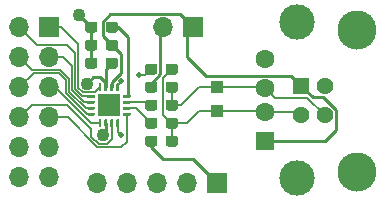
<source format=gbr>
%TF.GenerationSoftware,KiCad,Pcbnew,5.1.6-c6e7f7d~86~ubuntu18.04.1*%
%TF.CreationDate,2021-07-01T18:37:21-07:00*%
%TF.ProjectId,usb_combo_pmod,7573625f-636f-46d6-926f-5f706d6f642e,rev?*%
%TF.SameCoordinates,Original*%
%TF.FileFunction,Copper,L1,Top*%
%TF.FilePolarity,Positive*%
%FSLAX46Y46*%
G04 Gerber Fmt 4.6, Leading zero omitted, Abs format (unit mm)*
G04 Created by KiCad (PCBNEW 5.1.6-c6e7f7d~86~ubuntu18.04.1) date 2021-07-01 18:37:21*
%MOMM*%
%LPD*%
G01*
G04 APERTURE LIST*
%TA.AperFunction,ComponentPad*%
%ADD10O,1.700000X1.700000*%
%TD*%
%TA.AperFunction,ComponentPad*%
%ADD11R,1.700000X1.700000*%
%TD*%
%TA.AperFunction,SMDPad,CuDef*%
%ADD12R,1.900000X1.900000*%
%TD*%
%TA.AperFunction,ComponentPad*%
%ADD13C,1.600000*%
%TD*%
%TA.AperFunction,ComponentPad*%
%ADD14R,1.600000X1.600000*%
%TD*%
%TA.AperFunction,ComponentPad*%
%ADD15C,3.000000*%
%TD*%
%TA.AperFunction,ComponentPad*%
%ADD16C,3.316000*%
%TD*%
%TA.AperFunction,ComponentPad*%
%ADD17C,1.428000*%
%TD*%
%TA.AperFunction,ComponentPad*%
%ADD18R,1.428000X1.428000*%
%TD*%
%TA.AperFunction,ComponentPad*%
%ADD19R,1.000000X1.000000*%
%TD*%
%TA.AperFunction,ViaPad*%
%ADD20C,1.100000*%
%TD*%
%TA.AperFunction,ViaPad*%
%ADD21C,0.500000*%
%TD*%
%TA.AperFunction,Conductor*%
%ADD22C,0.254000*%
%TD*%
%TA.AperFunction,Conductor*%
%ADD23C,0.127000*%
%TD*%
G04 APERTURE END LIST*
D10*
%TO.P,J1,12*%
%TO.N,+3V3*%
X99060000Y-83820000D03*
%TO.P,J1,6*%
X101600000Y-83820000D03*
%TO.P,J1,11*%
%TO.N,GND*%
X99060000Y-81280000D03*
%TO.P,J1,5*%
X101600000Y-81280000D03*
%TO.P,J1,10*%
%TO.N,/D_SUS*%
X99060000Y-78740000D03*
%TO.P,J1,4*%
%TO.N,/D_OE_*%
X101600000Y-78740000D03*
%TO.P,J1,9*%
%TO.N,/D_VM*%
X99060000Y-76200000D03*
%TO.P,J1,3*%
%TO.N,/D_CON*%
X101600000Y-76200000D03*
%TO.P,J1,8*%
%TO.N,/D_VP*%
X99060000Y-73660000D03*
%TO.P,J1,2*%
%TO.N,/D_RCV*%
X101600000Y-73660000D03*
%TO.P,J1,7*%
%TO.N,/D_SPD*%
X99060000Y-71120000D03*
D11*
%TO.P,J1,1*%
%TO.N,/D_VBUS_DET*%
X101600000Y-71120000D03*
%TD*%
D12*
%TO.P,U1,17*%
%TO.N,N/C*%
X106647000Y-77724000D03*
%TO.P,U1,16*%
%TO.N,/D_VBUS_DET*%
%TA.AperFunction,SMDPad,CuDef*%
G36*
G01*
X105772000Y-76486500D02*
X105772000Y-75936500D01*
G75*
G02*
X105834500Y-75874000I62500J0D01*
G01*
X105959500Y-75874000D01*
G75*
G02*
X106022000Y-75936500I0J-62500D01*
G01*
X106022000Y-76486500D01*
G75*
G02*
X105959500Y-76549000I-62500J0D01*
G01*
X105834500Y-76549000D01*
G75*
G02*
X105772000Y-76486500I0J62500D01*
G01*
G37*
%TD.AperFunction*%
%TO.P,U1,15*%
%TO.N,+3V3*%
%TA.AperFunction,SMDPad,CuDef*%
G36*
G01*
X106272000Y-76486500D02*
X106272000Y-75936500D01*
G75*
G02*
X106334500Y-75874000I62500J0D01*
G01*
X106459500Y-75874000D01*
G75*
G02*
X106522000Y-75936500I0J-62500D01*
G01*
X106522000Y-76486500D01*
G75*
G02*
X106459500Y-76549000I-62500J0D01*
G01*
X106334500Y-76549000D01*
G75*
G02*
X106272000Y-76486500I0J62500D01*
G01*
G37*
%TD.AperFunction*%
%TO.P,U1,14*%
%TO.N,/D_VBUS*%
%TA.AperFunction,SMDPad,CuDef*%
G36*
G01*
X106772000Y-76486500D02*
X106772000Y-75936500D01*
G75*
G02*
X106834500Y-75874000I62500J0D01*
G01*
X106959500Y-75874000D01*
G75*
G02*
X107022000Y-75936500I0J-62500D01*
G01*
X107022000Y-76486500D01*
G75*
G02*
X106959500Y-76549000I-62500J0D01*
G01*
X106834500Y-76549000D01*
G75*
G02*
X106772000Y-76486500I0J62500D01*
G01*
G37*
%TD.AperFunction*%
%TO.P,U1,13*%
%TO.N,/D_VPU*%
%TA.AperFunction,SMDPad,CuDef*%
G36*
G01*
X107272000Y-76486500D02*
X107272000Y-75936500D01*
G75*
G02*
X107334500Y-75874000I62500J0D01*
G01*
X107459500Y-75874000D01*
G75*
G02*
X107522000Y-75936500I0J-62500D01*
G01*
X107522000Y-76486500D01*
G75*
G02*
X107459500Y-76549000I-62500J0D01*
G01*
X107334500Y-76549000D01*
G75*
G02*
X107272000Y-76486500I0J62500D01*
G01*
G37*
%TD.AperFunction*%
%TO.P,U1,12*%
%TO.N,/D_VTRM*%
%TA.AperFunction,SMDPad,CuDef*%
G36*
G01*
X107822000Y-77036500D02*
X107822000Y-76911500D01*
G75*
G02*
X107884500Y-76849000I62500J0D01*
G01*
X108434500Y-76849000D01*
G75*
G02*
X108497000Y-76911500I0J-62500D01*
G01*
X108497000Y-77036500D01*
G75*
G02*
X108434500Y-77099000I-62500J0D01*
G01*
X107884500Y-77099000D01*
G75*
G02*
X107822000Y-77036500I0J62500D01*
G01*
G37*
%TD.AperFunction*%
%TO.P,U1,11*%
%TO.N,/D_DPR*%
%TA.AperFunction,SMDPad,CuDef*%
G36*
G01*
X107822000Y-77536500D02*
X107822000Y-77411500D01*
G75*
G02*
X107884500Y-77349000I62500J0D01*
G01*
X108434500Y-77349000D01*
G75*
G02*
X108497000Y-77411500I0J-62500D01*
G01*
X108497000Y-77536500D01*
G75*
G02*
X108434500Y-77599000I-62500J0D01*
G01*
X107884500Y-77599000D01*
G75*
G02*
X107822000Y-77536500I0J62500D01*
G01*
G37*
%TD.AperFunction*%
%TO.P,U1,10*%
%TO.N,/D_DNR*%
%TA.AperFunction,SMDPad,CuDef*%
G36*
G01*
X107822000Y-78036500D02*
X107822000Y-77911500D01*
G75*
G02*
X107884500Y-77849000I62500J0D01*
G01*
X108434500Y-77849000D01*
G75*
G02*
X108497000Y-77911500I0J-62500D01*
G01*
X108497000Y-78036500D01*
G75*
G02*
X108434500Y-78099000I-62500J0D01*
G01*
X107884500Y-78099000D01*
G75*
G02*
X107822000Y-78036500I0J62500D01*
G01*
G37*
%TD.AperFunction*%
%TO.P,U1,9*%
%TO.N,/D_OE_*%
%TA.AperFunction,SMDPad,CuDef*%
G36*
G01*
X107822000Y-78536500D02*
X107822000Y-78411500D01*
G75*
G02*
X107884500Y-78349000I62500J0D01*
G01*
X108434500Y-78349000D01*
G75*
G02*
X108497000Y-78411500I0J-62500D01*
G01*
X108497000Y-78536500D01*
G75*
G02*
X108434500Y-78599000I-62500J0D01*
G01*
X107884500Y-78599000D01*
G75*
G02*
X107822000Y-78536500I0J62500D01*
G01*
G37*
%TD.AperFunction*%
%TO.P,U1,8*%
%TO.N,/D_SPD*%
%TA.AperFunction,SMDPad,CuDef*%
G36*
G01*
X107272000Y-79511500D02*
X107272000Y-78961500D01*
G75*
G02*
X107334500Y-78899000I62500J0D01*
G01*
X107459500Y-78899000D01*
G75*
G02*
X107522000Y-78961500I0J-62500D01*
G01*
X107522000Y-79511500D01*
G75*
G02*
X107459500Y-79574000I-62500J0D01*
G01*
X107334500Y-79574000D01*
G75*
G02*
X107272000Y-79511500I0J62500D01*
G01*
G37*
%TD.AperFunction*%
%TO.P,U1,7*%
%TO.N,/D_SUS*%
%TA.AperFunction,SMDPad,CuDef*%
G36*
G01*
X106772000Y-79511500D02*
X106772000Y-78961500D01*
G75*
G02*
X106834500Y-78899000I62500J0D01*
G01*
X106959500Y-78899000D01*
G75*
G02*
X107022000Y-78961500I0J-62500D01*
G01*
X107022000Y-79511500D01*
G75*
G02*
X106959500Y-79574000I-62500J0D01*
G01*
X106834500Y-79574000D01*
G75*
G02*
X106772000Y-79511500I0J62500D01*
G01*
G37*
%TD.AperFunction*%
%TO.P,U1,6*%
%TO.N,GND*%
%TA.AperFunction,SMDPad,CuDef*%
G36*
G01*
X106272000Y-79511500D02*
X106272000Y-78961500D01*
G75*
G02*
X106334500Y-78899000I62500J0D01*
G01*
X106459500Y-78899000D01*
G75*
G02*
X106522000Y-78961500I0J-62500D01*
G01*
X106522000Y-79511500D01*
G75*
G02*
X106459500Y-79574000I-62500J0D01*
G01*
X106334500Y-79574000D01*
G75*
G02*
X106272000Y-79511500I0J62500D01*
G01*
G37*
%TD.AperFunction*%
%TO.P,U1,5*%
%TO.N,/D_CON*%
%TA.AperFunction,SMDPad,CuDef*%
G36*
G01*
X105772000Y-79511500D02*
X105772000Y-78961500D01*
G75*
G02*
X105834500Y-78899000I62500J0D01*
G01*
X105959500Y-78899000D01*
G75*
G02*
X106022000Y-78961500I0J-62500D01*
G01*
X106022000Y-79511500D01*
G75*
G02*
X105959500Y-79574000I-62500J0D01*
G01*
X105834500Y-79574000D01*
G75*
G02*
X105772000Y-79511500I0J62500D01*
G01*
G37*
%TD.AperFunction*%
%TO.P,U1,4*%
%TO.N,/D_VM*%
%TA.AperFunction,SMDPad,CuDef*%
G36*
G01*
X104797000Y-78536500D02*
X104797000Y-78411500D01*
G75*
G02*
X104859500Y-78349000I62500J0D01*
G01*
X105409500Y-78349000D01*
G75*
G02*
X105472000Y-78411500I0J-62500D01*
G01*
X105472000Y-78536500D01*
G75*
G02*
X105409500Y-78599000I-62500J0D01*
G01*
X104859500Y-78599000D01*
G75*
G02*
X104797000Y-78536500I0J62500D01*
G01*
G37*
%TD.AperFunction*%
%TO.P,U1,3*%
%TO.N,/D_VP*%
%TA.AperFunction,SMDPad,CuDef*%
G36*
G01*
X104797000Y-78036500D02*
X104797000Y-77911500D01*
G75*
G02*
X104859500Y-77849000I62500J0D01*
G01*
X105409500Y-77849000D01*
G75*
G02*
X105472000Y-77911500I0J-62500D01*
G01*
X105472000Y-78036500D01*
G75*
G02*
X105409500Y-78099000I-62500J0D01*
G01*
X104859500Y-78099000D01*
G75*
G02*
X104797000Y-78036500I0J62500D01*
G01*
G37*
%TD.AperFunction*%
%TO.P,U1,2*%
%TO.N,/D_RCV*%
%TA.AperFunction,SMDPad,CuDef*%
G36*
G01*
X104797000Y-77536500D02*
X104797000Y-77411500D01*
G75*
G02*
X104859500Y-77349000I62500J0D01*
G01*
X105409500Y-77349000D01*
G75*
G02*
X105472000Y-77411500I0J-62500D01*
G01*
X105472000Y-77536500D01*
G75*
G02*
X105409500Y-77599000I-62500J0D01*
G01*
X104859500Y-77599000D01*
G75*
G02*
X104797000Y-77536500I0J62500D01*
G01*
G37*
%TD.AperFunction*%
%TO.P,U1,1*%
%TO.N,/D_SPD*%
%TA.AperFunction,SMDPad,CuDef*%
G36*
G01*
X104797000Y-77036500D02*
X104797000Y-76911500D01*
G75*
G02*
X104859500Y-76849000I62500J0D01*
G01*
X105409500Y-76849000D01*
G75*
G02*
X105472000Y-76911500I0J-62500D01*
G01*
X105472000Y-77036500D01*
G75*
G02*
X105409500Y-77099000I-62500J0D01*
G01*
X104859500Y-77099000D01*
G75*
G02*
X104797000Y-77036500I0J62500D01*
G01*
G37*
%TD.AperFunction*%
%TD*%
%TO.P,R5,2*%
%TO.N,GND*%
%TA.AperFunction,SMDPad,CuDef*%
G36*
G01*
X110761000Y-75962500D02*
X110761000Y-76437500D01*
G75*
G02*
X110523500Y-76675000I-237500J0D01*
G01*
X109948500Y-76675000D01*
G75*
G02*
X109711000Y-76437500I0J237500D01*
G01*
X109711000Y-75962500D01*
G75*
G02*
X109948500Y-75725000I237500J0D01*
G01*
X110523500Y-75725000D01*
G75*
G02*
X110761000Y-75962500I0J-237500D01*
G01*
G37*
%TD.AperFunction*%
%TO.P,R5,1*%
%TO.N,/D_DP*%
%TA.AperFunction,SMDPad,CuDef*%
G36*
G01*
X112511000Y-75962500D02*
X112511000Y-76437500D01*
G75*
G02*
X112273500Y-76675000I-237500J0D01*
G01*
X111698500Y-76675000D01*
G75*
G02*
X111461000Y-76437500I0J237500D01*
G01*
X111461000Y-75962500D01*
G75*
G02*
X111698500Y-75725000I237500J0D01*
G01*
X112273500Y-75725000D01*
G75*
G02*
X112511000Y-75962500I0J-237500D01*
G01*
G37*
%TD.AperFunction*%
%TD*%
%TO.P,R4,2*%
%TO.N,GND*%
%TA.AperFunction,SMDPad,CuDef*%
G36*
G01*
X110761000Y-80534500D02*
X110761000Y-81009500D01*
G75*
G02*
X110523500Y-81247000I-237500J0D01*
G01*
X109948500Y-81247000D01*
G75*
G02*
X109711000Y-81009500I0J237500D01*
G01*
X109711000Y-80534500D01*
G75*
G02*
X109948500Y-80297000I237500J0D01*
G01*
X110523500Y-80297000D01*
G75*
G02*
X110761000Y-80534500I0J-237500D01*
G01*
G37*
%TD.AperFunction*%
%TO.P,R4,1*%
%TO.N,/D_DN*%
%TA.AperFunction,SMDPad,CuDef*%
G36*
G01*
X112511000Y-80534500D02*
X112511000Y-81009500D01*
G75*
G02*
X112273500Y-81247000I-237500J0D01*
G01*
X111698500Y-81247000D01*
G75*
G02*
X111461000Y-81009500I0J237500D01*
G01*
X111461000Y-80534500D01*
G75*
G02*
X111698500Y-80297000I237500J0D01*
G01*
X112273500Y-80297000D01*
G75*
G02*
X112511000Y-80534500I0J-237500D01*
G01*
G37*
%TD.AperFunction*%
%TD*%
%TO.P,R3,2*%
%TO.N,/D_VPU*%
%TA.AperFunction,SMDPad,CuDef*%
G36*
G01*
X110761000Y-74438500D02*
X110761000Y-74913500D01*
G75*
G02*
X110523500Y-75151000I-237500J0D01*
G01*
X109948500Y-75151000D01*
G75*
G02*
X109711000Y-74913500I0J237500D01*
G01*
X109711000Y-74438500D01*
G75*
G02*
X109948500Y-74201000I237500J0D01*
G01*
X110523500Y-74201000D01*
G75*
G02*
X110761000Y-74438500I0J-237500D01*
G01*
G37*
%TD.AperFunction*%
%TO.P,R3,1*%
%TO.N,/D_DN*%
%TA.AperFunction,SMDPad,CuDef*%
G36*
G01*
X112511000Y-74438500D02*
X112511000Y-74913500D01*
G75*
G02*
X112273500Y-75151000I-237500J0D01*
G01*
X111698500Y-75151000D01*
G75*
G02*
X111461000Y-74913500I0J237500D01*
G01*
X111461000Y-74438500D01*
G75*
G02*
X111698500Y-74201000I237500J0D01*
G01*
X112273500Y-74201000D01*
G75*
G02*
X112511000Y-74438500I0J-237500D01*
G01*
G37*
%TD.AperFunction*%
%TD*%
%TO.P,R2,2*%
%TO.N,/D_DNR*%
%TA.AperFunction,SMDPad,CuDef*%
G36*
G01*
X110761000Y-79010500D02*
X110761000Y-79485500D01*
G75*
G02*
X110523500Y-79723000I-237500J0D01*
G01*
X109948500Y-79723000D01*
G75*
G02*
X109711000Y-79485500I0J237500D01*
G01*
X109711000Y-79010500D01*
G75*
G02*
X109948500Y-78773000I237500J0D01*
G01*
X110523500Y-78773000D01*
G75*
G02*
X110761000Y-79010500I0J-237500D01*
G01*
G37*
%TD.AperFunction*%
%TO.P,R2,1*%
%TO.N,/D_DN*%
%TA.AperFunction,SMDPad,CuDef*%
G36*
G01*
X112511000Y-79010500D02*
X112511000Y-79485500D01*
G75*
G02*
X112273500Y-79723000I-237500J0D01*
G01*
X111698500Y-79723000D01*
G75*
G02*
X111461000Y-79485500I0J237500D01*
G01*
X111461000Y-79010500D01*
G75*
G02*
X111698500Y-78773000I237500J0D01*
G01*
X112273500Y-78773000D01*
G75*
G02*
X112511000Y-79010500I0J-237500D01*
G01*
G37*
%TD.AperFunction*%
%TD*%
%TO.P,R1,2*%
%TO.N,/D_DPR*%
%TA.AperFunction,SMDPad,CuDef*%
G36*
G01*
X110761000Y-77486500D02*
X110761000Y-77961500D01*
G75*
G02*
X110523500Y-78199000I-237500J0D01*
G01*
X109948500Y-78199000D01*
G75*
G02*
X109711000Y-77961500I0J237500D01*
G01*
X109711000Y-77486500D01*
G75*
G02*
X109948500Y-77249000I237500J0D01*
G01*
X110523500Y-77249000D01*
G75*
G02*
X110761000Y-77486500I0J-237500D01*
G01*
G37*
%TD.AperFunction*%
%TO.P,R1,1*%
%TO.N,/D_DP*%
%TA.AperFunction,SMDPad,CuDef*%
G36*
G01*
X112511000Y-77486500D02*
X112511000Y-77961500D01*
G75*
G02*
X112273500Y-78199000I-237500J0D01*
G01*
X111698500Y-78199000D01*
G75*
G02*
X111461000Y-77961500I0J237500D01*
G01*
X111461000Y-77486500D01*
G75*
G02*
X111698500Y-77249000I237500J0D01*
G01*
X112273500Y-77249000D01*
G75*
G02*
X112511000Y-77486500I0J-237500D01*
G01*
G37*
%TD.AperFunction*%
%TD*%
D13*
%TO.P,J5,4*%
%TO.N,GND*%
X119888000Y-73772000D03*
%TO.P,J5,3*%
%TO.N,/D_DP*%
X119888000Y-76272000D03*
%TO.P,J5,2*%
%TO.N,/D_DN*%
X119888000Y-78272000D03*
D14*
%TO.P,J5,1*%
%TO.N,/D_VBUS*%
X119888000Y-80772000D03*
D15*
%TO.P,J5,5*%
%TO.N,GND*%
X122598000Y-83842000D03*
X122598000Y-70702000D03*
%TD*%
D16*
%TO.P,J4,S2*%
%TO.N,GND*%
X127646000Y-71323000D03*
%TO.P,J4,S1*%
X127646000Y-83363000D03*
D17*
%TO.P,J4,4*%
X124936000Y-76053000D03*
%TO.P,J4,3*%
%TO.N,/D_DP*%
X124936000Y-78553000D03*
%TO.P,J4,2*%
%TO.N,/D_DN*%
X122936000Y-78553000D03*
D18*
%TO.P,J4,1*%
%TO.N,/D_VBUS*%
X122936000Y-76053000D03*
%TD*%
D10*
%TO.P,J3,2*%
%TO.N,GND*%
X111252000Y-71120000D03*
D11*
%TO.P,J3,1*%
%TO.N,/D_VBUS*%
X113792000Y-71120000D03*
%TD*%
D10*
%TO.P,J2,5*%
%TO.N,/D_VM*%
X105664000Y-84328000D03*
%TO.P,J2,4*%
%TO.N,/D_VP*%
X108204000Y-84328000D03*
%TO.P,J2,3*%
%TO.N,/D_RCV*%
X110744000Y-84328000D03*
%TO.P,J2,2*%
%TO.N,/D_OE_*%
X113284000Y-84328000D03*
D11*
%TO.P,J2,1*%
%TO.N,GND*%
X115824000Y-84328000D03*
%TD*%
D19*
%TO.P,DP1,1*%
%TO.N,/D_DP*%
X115824000Y-76200000D03*
%TD*%
%TO.P,DN1,1*%
%TO.N,/D_DN*%
X115824000Y-78232000D03*
%TD*%
%TO.P,C3,2*%
%TO.N,GND*%
%TA.AperFunction,SMDPad,CuDef*%
G36*
G01*
X105681000Y-70882500D02*
X105681000Y-71357500D01*
G75*
G02*
X105443500Y-71595000I-237500J0D01*
G01*
X104868500Y-71595000D01*
G75*
G02*
X104631000Y-71357500I0J237500D01*
G01*
X104631000Y-70882500D01*
G75*
G02*
X104868500Y-70645000I237500J0D01*
G01*
X105443500Y-70645000D01*
G75*
G02*
X105681000Y-70882500I0J-237500D01*
G01*
G37*
%TD.AperFunction*%
%TO.P,C3,1*%
%TO.N,/D_VTRM*%
%TA.AperFunction,SMDPad,CuDef*%
G36*
G01*
X107431000Y-70882500D02*
X107431000Y-71357500D01*
G75*
G02*
X107193500Y-71595000I-237500J0D01*
G01*
X106618500Y-71595000D01*
G75*
G02*
X106381000Y-71357500I0J237500D01*
G01*
X106381000Y-70882500D01*
G75*
G02*
X106618500Y-70645000I237500J0D01*
G01*
X107193500Y-70645000D01*
G75*
G02*
X107431000Y-70882500I0J-237500D01*
G01*
G37*
%TD.AperFunction*%
%TD*%
%TO.P,C2,2*%
%TO.N,GND*%
%TA.AperFunction,SMDPad,CuDef*%
G36*
G01*
X105681000Y-72406500D02*
X105681000Y-72881500D01*
G75*
G02*
X105443500Y-73119000I-237500J0D01*
G01*
X104868500Y-73119000D01*
G75*
G02*
X104631000Y-72881500I0J237500D01*
G01*
X104631000Y-72406500D01*
G75*
G02*
X104868500Y-72169000I237500J0D01*
G01*
X105443500Y-72169000D01*
G75*
G02*
X105681000Y-72406500I0J-237500D01*
G01*
G37*
%TD.AperFunction*%
%TO.P,C2,1*%
%TO.N,/D_VBUS*%
%TA.AperFunction,SMDPad,CuDef*%
G36*
G01*
X107431000Y-72406500D02*
X107431000Y-72881500D01*
G75*
G02*
X107193500Y-73119000I-237500J0D01*
G01*
X106618500Y-73119000D01*
G75*
G02*
X106381000Y-72881500I0J237500D01*
G01*
X106381000Y-72406500D01*
G75*
G02*
X106618500Y-72169000I237500J0D01*
G01*
X107193500Y-72169000D01*
G75*
G02*
X107431000Y-72406500I0J-237500D01*
G01*
G37*
%TD.AperFunction*%
%TD*%
%TO.P,C1,2*%
%TO.N,+3V3*%
%TA.AperFunction,SMDPad,CuDef*%
G36*
G01*
X106381000Y-74405500D02*
X106381000Y-73930500D01*
G75*
G02*
X106618500Y-73693000I237500J0D01*
G01*
X107193500Y-73693000D01*
G75*
G02*
X107431000Y-73930500I0J-237500D01*
G01*
X107431000Y-74405500D01*
G75*
G02*
X107193500Y-74643000I-237500J0D01*
G01*
X106618500Y-74643000D01*
G75*
G02*
X106381000Y-74405500I0J237500D01*
G01*
G37*
%TD.AperFunction*%
%TO.P,C1,1*%
%TO.N,GND*%
%TA.AperFunction,SMDPad,CuDef*%
G36*
G01*
X104631000Y-74405500D02*
X104631000Y-73930500D01*
G75*
G02*
X104868500Y-73693000I237500J0D01*
G01*
X105443500Y-73693000D01*
G75*
G02*
X105681000Y-73930500I0J-237500D01*
G01*
X105681000Y-74405500D01*
G75*
G02*
X105443500Y-74643000I-237500J0D01*
G01*
X104868500Y-74643000D01*
G75*
G02*
X104631000Y-74405500I0J237500D01*
G01*
G37*
%TD.AperFunction*%
%TD*%
D20*
%TO.N,+3V3*%
X104777632Y-75899501D03*
%TO.N,GND*%
X106140593Y-80264167D03*
X104140000Y-70104000D03*
D21*
%TO.N,/D_SPD*%
X107696000Y-80264000D03*
%TO.N,/D_VPU*%
X107696000Y-75692000D03*
X109220000Y-75184000D03*
%TD*%
D22*
%TO.N,+3V3*%
X106906000Y-74168000D02*
X106509133Y-74168000D01*
X106397000Y-75874000D02*
X106397000Y-76211500D01*
X105872502Y-75349502D02*
X106397000Y-75874000D01*
X105327631Y-75349502D02*
X105872502Y-75349502D01*
X104777632Y-75899501D02*
X105327631Y-75349502D01*
X106397000Y-74677000D02*
X106906000Y-74168000D01*
X106397000Y-76211500D02*
X106397000Y-74677000D01*
%TO.N,GND*%
X111015010Y-71391010D02*
X110744000Y-71120000D01*
X110236000Y-75896102D02*
X111015010Y-75117092D01*
X110236000Y-76200000D02*
X110236000Y-75896102D01*
X105156000Y-74168000D02*
X105156000Y-72644000D01*
X105156000Y-72644000D02*
X105156000Y-71120000D01*
X106397000Y-79236500D02*
X106397000Y-80007760D01*
X106397000Y-80007760D02*
X106140593Y-80264167D01*
X110236000Y-80772000D02*
X110236000Y-81280000D01*
X110236000Y-81280000D02*
X111252000Y-82296000D01*
X113792000Y-82296000D02*
X115824000Y-84328000D01*
X111252000Y-82296000D02*
X113792000Y-82296000D01*
X122112000Y-84328000D02*
X122598000Y-83842000D01*
X127167000Y-83842000D02*
X127646000Y-83363000D01*
X124936000Y-76168000D02*
X124936000Y-76053000D01*
X123219000Y-71323000D02*
X122598000Y-70702000D01*
X119888000Y-73412000D02*
X119888000Y-73772000D01*
X105156000Y-71120000D02*
X104140000Y-70104000D01*
X111015010Y-71356990D02*
X111252000Y-71120000D01*
X111015010Y-75117092D02*
X111015010Y-71356990D01*
%TO.N,/D_VBUS*%
X119888000Y-80772000D02*
X124968000Y-80772000D01*
X125904001Y-79835999D02*
X125904001Y-78152001D01*
X124968000Y-80772000D02*
X125904001Y-79835999D01*
X123904001Y-77021001D02*
X122936000Y-76053000D01*
X124773001Y-77021001D02*
X123904001Y-77021001D01*
X125904001Y-78152001D02*
X124773001Y-77021001D01*
X114841999Y-75217999D02*
X113284000Y-73660000D01*
X122100999Y-75217999D02*
X114841999Y-75217999D01*
X113284000Y-73660000D02*
X113284000Y-71120000D01*
X122936000Y-76053000D02*
X122100999Y-75217999D01*
X106897000Y-76211500D02*
X106897000Y-75745076D01*
X106897000Y-75745076D02*
X107685010Y-74957066D01*
X107685010Y-74957066D02*
X107685010Y-73423010D01*
X107685010Y-73423010D02*
X106906000Y-72644000D01*
X106126990Y-71864990D02*
X106126990Y-70657010D01*
X106126990Y-70657010D02*
X106768001Y-70015999D01*
X106906000Y-72644000D02*
X106126990Y-71864990D01*
X112687999Y-70015999D02*
X113792000Y-71120000D01*
X106768001Y-70015999D02*
X112687999Y-70015999D01*
%TO.N,/D_VTRM*%
X108284500Y-71973500D02*
X107431000Y-71120000D01*
X107431000Y-71120000D02*
X106906000Y-71120000D01*
X108159500Y-76974000D02*
X108284500Y-76849000D01*
X108284500Y-76849000D02*
X108284500Y-71973500D01*
D23*
%TO.N,/D_DN*%
X113284000Y-79248000D02*
X114300000Y-78232000D01*
X111986000Y-79248000D02*
X113284000Y-79248000D01*
X119848000Y-78232000D02*
X119888000Y-78272000D01*
X114300000Y-78232000D02*
X119848000Y-78232000D01*
X122655000Y-78272000D02*
X122936000Y-78553000D01*
X119888000Y-78272000D02*
X122655000Y-78272000D01*
X111986000Y-80772000D02*
X111986000Y-79248000D01*
X111270490Y-78532490D02*
X111986000Y-79248000D01*
X111270490Y-75391510D02*
X111270490Y-78532490D01*
X111986000Y-74676000D02*
X111270490Y-75391510D01*
%TO.N,/D_DP*%
X112776000Y-77724000D02*
X114300000Y-76200000D01*
X111986000Y-77724000D02*
X112776000Y-77724000D01*
X119816000Y-76200000D02*
X119888000Y-76272000D01*
X114300000Y-76200000D02*
X119816000Y-76200000D01*
X123454999Y-77071999D02*
X124936000Y-78553000D01*
X120687999Y-77071999D02*
X123454999Y-77071999D01*
X119888000Y-76272000D02*
X120687999Y-77071999D01*
X111986000Y-77724000D02*
X111986000Y-76200000D01*
%TO.N,/D_SUS*%
X103099499Y-77699499D02*
X100100501Y-77699499D01*
X100100501Y-77699499D02*
X99060000Y-78740000D01*
X104648000Y-79248000D02*
X103099499Y-77699499D01*
X104648000Y-79248000D02*
X105156000Y-79756000D01*
X106897000Y-79236500D02*
X106897000Y-80555000D01*
X106496034Y-81004668D02*
X105785152Y-81004668D01*
X106881094Y-80619608D02*
X106496034Y-81004668D01*
X106881094Y-80570906D02*
X106881094Y-80619608D01*
X106897000Y-80555000D02*
X106881094Y-80570906D01*
X105785152Y-81004668D02*
X105156000Y-80375516D01*
X105156000Y-80375516D02*
X105156000Y-79756000D01*
%TO.N,/D_OE_*%
X105679938Y-81258678D02*
X106150678Y-81258678D01*
X103161260Y-78740000D02*
X105679938Y-81258678D01*
X101600000Y-78740000D02*
X103161260Y-78740000D01*
X106150678Y-81258678D02*
X106172000Y-81280000D01*
X106172000Y-81280000D02*
X107696000Y-81280000D01*
X108159500Y-80816500D02*
X108159500Y-78474000D01*
X107696000Y-81280000D02*
X108159500Y-80816500D01*
%TO.N,/D_VM*%
X104797000Y-78474000D02*
X103021086Y-76698086D01*
X103021086Y-75589086D02*
X102386512Y-74954512D01*
X102386512Y-74954512D02*
X100305488Y-74954512D01*
X100305488Y-74954512D02*
X99060000Y-76200000D01*
X105134500Y-78474000D02*
X104797000Y-78474000D01*
X103021086Y-76698086D02*
X103021086Y-75589086D01*
%TO.N,/D_CON*%
X105897000Y-79236500D02*
X105144500Y-79236500D01*
X102108000Y-76200000D02*
X101600000Y-76200000D01*
X105144500Y-79236500D02*
X102108000Y-76200000D01*
%TO.N,/D_RCV*%
X104537737Y-77474000D02*
X103529108Y-76465371D01*
X103529108Y-74387027D02*
X102802081Y-73660000D01*
X105134500Y-77474000D02*
X104537737Y-77474000D01*
X103529108Y-76465371D02*
X103529108Y-74387027D01*
X102802081Y-73660000D02*
X101600000Y-73660000D01*
%TO.N,/D_VP*%
X102491726Y-74700501D02*
X100100501Y-74700501D01*
X104678512Y-77974000D02*
X103275097Y-76570585D01*
X103275097Y-76570585D02*
X103275097Y-75483872D01*
X103275097Y-75483872D02*
X102491726Y-74700501D01*
X100100501Y-74700501D02*
X99060000Y-73660000D01*
X105134500Y-77974000D02*
X104678512Y-77974000D01*
%TO.N,/D_SPD*%
X107397000Y-79965000D02*
X107696000Y-80264000D01*
X107397000Y-79236500D02*
X107397000Y-79965000D01*
X103099499Y-72619499D02*
X100559499Y-72619499D01*
X104396962Y-76974000D02*
X103783119Y-76360157D01*
X99909999Y-71969999D02*
X99060000Y-71120000D01*
X105134500Y-76974000D02*
X104396962Y-76974000D01*
X103783119Y-76360157D02*
X103783119Y-73303119D01*
X100559499Y-72619499D02*
X99909999Y-71969999D01*
X103783119Y-73303119D02*
X103099499Y-72619499D01*
%TO.N,/D_VBUS_DET*%
X104422190Y-76640003D02*
X104037130Y-76254943D01*
X105468497Y-76640003D02*
X104422190Y-76640003D01*
X102577000Y-71120000D02*
X101600000Y-71120000D01*
X104037130Y-72580130D02*
X102577000Y-71120000D01*
X105897000Y-76211500D02*
X105468497Y-76640003D01*
X104037130Y-76254943D02*
X104037130Y-72580130D01*
%TO.N,/D_DPR*%
X109986000Y-77474000D02*
X110236000Y-77724000D01*
X108159500Y-77474000D02*
X109986000Y-77474000D01*
%TO.N,/D_DNR*%
X108962000Y-77974000D02*
X110236000Y-79248000D01*
X108159500Y-77974000D02*
X108962000Y-77974000D01*
%TO.N,/D_VPU*%
X107397000Y-75991000D02*
X107696000Y-75692000D01*
X107397000Y-76211500D02*
X107397000Y-75991000D01*
X109728000Y-75184000D02*
X110236000Y-74676000D01*
X109220000Y-75184000D02*
X109728000Y-75184000D01*
%TD*%
M02*

</source>
